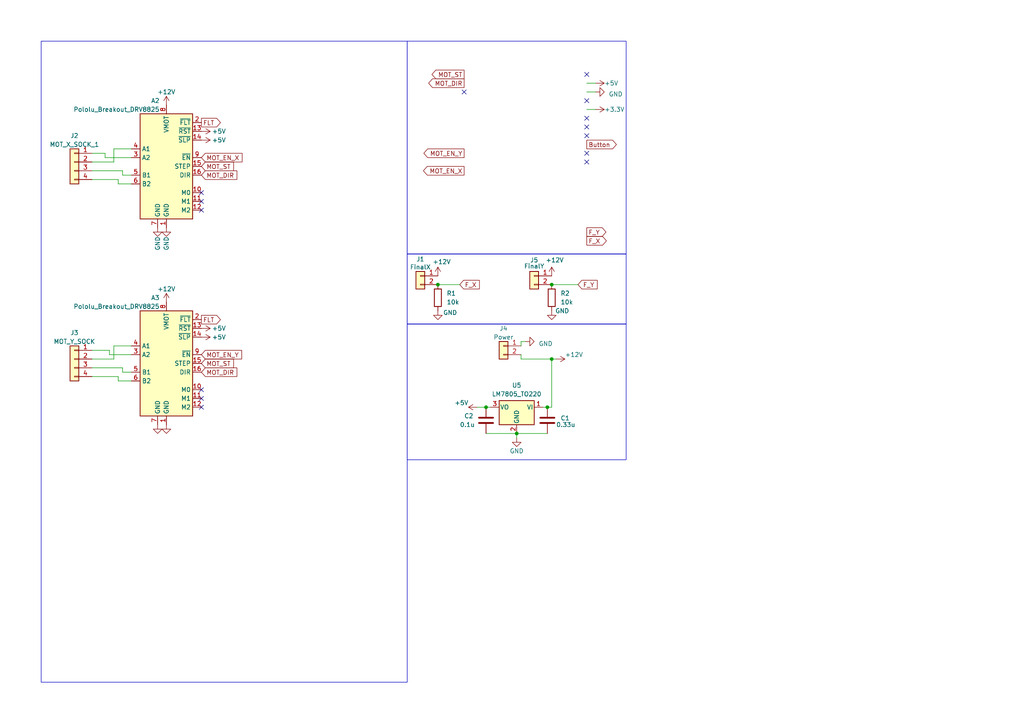
<source format=kicad_sch>
(kicad_sch (version 20250114) (generator "eeschema") (generator_version "9.0")
  (paper "A4")
  (lib_symbols
    (symbol "Connector_Generic:Conn_01x02" (pin_names (offset 1.016) (hide yes))
      (property "Reference" "J" (at 0 2.54 0))
      (property "Value" "Conn_01x02" (at 0 -5.08 0))
      (symbol "Conn_01x02_1_1"
        (rectangle (start -1.27 1.27) (end 1.27 -3.81) (stroke (width 0.254)) (fill (type background)))
        (rectangle (start -1.27 0.127) (end 0 -0.127) (stroke (width 0.1524)))
        (rectangle (start -1.27 -2.413) (end 0 -2.667) (stroke (width 0.1524)))
        (pin passive line (at -5.08 0 0) (length 3.81) (name "Pin_1") (number "1"))
        (pin passive line (at -5.08 -2.54 0) (length 3.81) (name "Pin_2") (number "2"))
      )
    )
    (symbol "Connector_Generic:Conn_01x04" (pin_names (offset 1.016) (hide yes))
      (property "Reference" "J" (at 0 5.08 0))
      (property "Value" "Conn_01x04" (at 0 -7.62 0))
      (symbol "Conn_01x04_1_1"
        (rectangle (start -1.27 3.81) (end 1.27 -6.35) (stroke (width 0.254)) (fill (type background)))
        (rectangle (start -1.27 2.667) (end 0 2.413) (stroke (width 0.1524)))
        (rectangle (start -1.27 0.127) (end 0 -0.127) (stroke (width 0.1524)))
        (rectangle (start -1.27 -2.413) (end 0 -2.667) (stroke (width 0.1524)))
        (rectangle (start -1.27 -4.953) (end 0 -5.207) (stroke (width 0.1524)))
        (pin passive line (at -5.08 2.54 0) (length 3.81) (name "Pin_1") (number "1"))
        (pin passive line (at -5.08 0 0) (length 3.81) (name "Pin_2") (number "2"))
        (pin passive line (at -5.08 -2.54 0) (length 3.81) (name "Pin_3") (number "3"))
        (pin passive line (at -5.08 -5.08 0) (length 3.81) (name "Pin_4") (number "4"))
      )
    )
    (symbol "Device:C" (pin_numbers (hide yes)) (pin_names (offset 0.254))
      (property "Reference" "C" (at 0.635 2.54 0))
      (property "Value" "C" (at 0.635 -2.54 0))
      (symbol "C_0_1"
        (polyline (pts (xy -2.032 0.762) (xy 2.032 0.762)) (stroke (width 0.508)))
        (polyline (pts (xy -2.032 -0.762) (xy 2.032 -0.762)) (stroke (width 0.508)))
      )
      (symbol "C_1_1"
        (pin passive line (at 0 3.81 270) (length 2.794) (name "~") (number "1"))
        (pin passive line (at 0 -3.81 90) (length 2.794) (name "~") (number "2"))
      )
    )
    (symbol "Device:R" (pin_numbers (hide yes)) (pin_names (offset 0))
      (property "Reference" "R" (at 2.032 0 90))
      (property "Value" "R" (at 0 0 90))
      (symbol "R_0_1"
        (rectangle (start -1.016 -2.54) (end 1.016 2.54) (stroke (width 0.254)))
      )
      (symbol "R_1_1"
        (pin passive line (at 0 3.81 270) (length 1.27) (name "~") (number "1"))
        (pin passive line (at 0 -3.81 90) (length 1.27) (name "~") (number "2"))
      )
    )
    (symbol "Driver_Motor:Pololu_Breakout_DRV8825"
      (property "Reference" "A" (at -2.54 16.51 0))
      (property "Value" "Pololu_Breakout_DRV8825" (at -2.54 13.97 0))
      (symbol "Pololu_Breakout_DRV8825_0_1"
        (rectangle (start 7.62 -17.78) (end -7.62 12.7) (stroke (width 0.254)) (fill (type background)))
      )
      (symbol "Pololu_Breakout_DRV8825_1_1"
        (pin output line (at -10.16 10.16 0) (length 2.54) (name "~{FLT}") (number "2"))
        (pin input line (at -10.16 7.62 0) (length 2.54) (name "~{RST}") (number "13"))
        (pin input line (at -10.16 5.08 0) (length 2.54) (name "~{SLP}") (number "14"))
        (pin input line (at -10.16 0 0) (length 2.54) (name "~{EN}") (number "9"))
        (pin input line (at -10.16 -2.54 0) (length 2.54) (name "STEP") (number "15"))
        (pin input line (at -10.16 -5.08 0) (length 2.54) (name "DIR") (number "16"))
        (pin input line (at -10.16 -10.16 0) (length 2.54) (name "M0") (number "10"))
        (pin input line (at -10.16 -12.7 0) (length 2.54) (name "M1") (number "11"))
        (pin input line (at -10.16 -15.24 0) (length 2.54) (name "M2") (number "12"))
        (pin power_in line (at 0 15.24 270) (length 2.54) (name "VMOT") (number "8"))
        (pin power_in line (at 0 -20.32 90) (length 2.54) (name "GND") (number "1"))
        (pin power_in line (at 2.54 -20.32 90) (length 2.54) (name "GND") (number "7"))
        (pin output line (at 10.16 2.54 180) (length 2.54) (name "A1") (number "4"))
        (pin output line (at 10.16 0 180) (length 2.54) (name "A2") (number "3"))
        (pin output line (at 10.16 -5.08 180) (length 2.54) (name "B1") (number "5"))
        (pin output line (at 10.16 -7.62 180) (length 2.54) (name "B2") (number "6"))
      )
    )
    (symbol "Regulator_Linear:LM7805_TO220" (pin_names (offset 0.254))
      (property "Reference" "U" (at -3.81 3.175 0))
      (property "Value" "LM7805_TO220" (at 0 3.175 0))
      (symbol "LM7805_TO220_0_1"
        (rectangle (start -5.08 1.905) (end 5.08 -5.08) (stroke (width 0.254)) (fill (type background)))
      )
      (symbol "LM7805_TO220_1_1"
        (pin power_in line (at -7.62 0 0) (length 2.54) (name "VI") (number "1"))
        (pin power_in line (at 0 -7.62 90) (length 2.54) (name "GND") (number "2"))
        (pin power_out line (at 7.62 0 180) (length 2.54) (name "VO") (number "3"))
      )
    )
    (symbol "power:+12V" (power) (pin_names (offset 0))
      (property "Value" "+12V" (at 0 3.556 0))
      (symbol "+12V_0_1"
        (polyline (pts (xy -0.762 1.27) (xy 0 2.54)))
        (polyline (pts (xy 0 2.54) (xy 0.762 1.27)))
        (polyline (pts (xy 0 0) (xy 0 2.54)))
      )
      (symbol "+12V_1_1"
        (pin power_in line (at 0 0 90) (length 0) (hide yes) (name "+12V") (number "1"))
      )
    )
    (symbol "power:+3.3V" (power) (pin_names (offset 0))
      (property "Value" "+3.3V" (at 0 3.556 0))
      (symbol "+3.3V_0_1"
        (polyline (pts (xy -0.762 1.27) (xy 0 2.54)))
        (polyline (pts (xy 0 2.54) (xy 0.762 1.27)))
        (polyline (pts (xy 0 0) (xy 0 2.54)))
      )
      (symbol "+3.3V_1_1"
        (pin power_in line (at 0 0 90) (length 0) (hide yes) (name "+3.3V") (number "1"))
      )
    )
    (symbol "power:+5V" (power) (pin_names (offset 0))
      (property "Value" "+5V" (at 0 3.556 0))
      (symbol "+5V_0_1"
        (polyline (pts (xy -0.762 1.27) (xy 0 2.54)))
        (polyline (pts (xy 0 2.54) (xy 0.762 1.27)))
        (polyline (pts (xy 0 0) (xy 0 2.54)))
      )
      (symbol "+5V_1_1"
        (pin power_in line (at 0 0 90) (length 0) (hide yes) (name "+5V") (number "1"))
      )
    )
    (symbol "power:GND" (power) (pin_names (offset 0))
      (property "Value" "GND" (at 0 -3.81 0))
      (symbol "GND_0_1"
        (polyline (pts (xy 0 0) (xy 0 -1.27) (xy 1.27 -1.27) (xy 0 -2.54) (xy -1.27 -1.27) (xy 0 -1.27)))
      )
      (symbol "GND_1_1"
        (pin power_in line (at 0 0 270) (length 0) (hide yes) (name "GND") (number "1"))
      )
    )
  )
  (rectangle (start 118.11 11.938) (end 181.61 73.66))
  (rectangle (start 118.11 73.66) (end 181.61 93.98))
  (rectangle (start 11.938 11.938) (end 118.11 197.866))
  (rectangle (start 118.11 93.98) (end 181.61 133.35))
  (junction (at 160.02 104.14))
  (junction (at 140.97 118.11))
  (junction (at 127 82.55))
  (junction (at 149.86 125.73))
  (junction (at 160.02 82.55))
  (junction (at 158.75 118.11))
  (no_connect (at 170.18 21.59))
  (no_connect (at 58.42 118.11))
  (no_connect (at 134.62 26.67))
  (no_connect (at 58.42 58.42))
  (no_connect (at 58.42 113.03))
  (no_connect (at 58.42 55.88))
  (no_connect (at 170.18 29.21))
  (no_connect (at 58.42 60.96))
  (no_connect (at 170.18 39.37))
  (no_connect (at 170.18 36.83))
  (no_connect (at 170.18 44.45))
  (no_connect (at 170.18 46.99))
  (no_connect (at 170.18 34.29))
  (no_connect (at 58.42 115.57))
  (wire (pts (xy 158.75 118.11) (xy 157.48 118.11)))
  (wire (pts (xy 26.67 52.07) (xy 34.29 52.07)))
  (wire (pts (xy 35.56 107.95) (xy 38.1 107.95)))
  (wire (pts (xy 38.1 45.72) (xy 30.48 45.72)))
  (wire (pts (xy 38.1 43.18) (xy 33.02 43.18)))
  (wire (pts (xy 33.02 100.33) (xy 33.02 104.14)))
  (wire (pts (xy 31.75 102.87) (xy 31.75 101.6)))
  (wire (pts (xy 30.48 45.72) (xy 30.48 44.45)))
  (wire (pts (xy 26.67 49.53) (xy 35.56 49.53)))
  (wire (pts (xy 170.18 31.75) (xy 172.72 31.75)))
  (wire (pts (xy 34.29 110.49) (xy 38.1 110.49)))
  (wire (pts (xy 33.02 46.99) (xy 26.67 46.99)))
  (wire (pts (xy 151.13 100.33) (xy 151.13 99.06)))
  (wire (pts (xy 160.02 118.11) (xy 158.75 118.11)))
  (wire (pts (xy 140.97 125.73) (xy 149.86 125.73)))
  (wire (pts (xy 26.67 109.22) (xy 34.29 109.22)))
  (wire (pts (xy 161.29 104.14) (xy 160.02 104.14)))
  (wire (pts (xy 34.29 109.22) (xy 34.29 110.49)))
  (wire (pts (xy 138.43 118.11) (xy 140.97 118.11)))
  (wire (pts (xy 151.13 102.87) (xy 151.13 104.14)))
  (wire (pts (xy 172.72 24.13) (xy 170.18 24.13)))
  (wire (pts (xy 151.13 99.06) (xy 152.4 99.06)))
  (wire (pts (xy 127 82.55) (xy 133.35 82.55)))
  (wire (pts (xy 140.97 118.11) (xy 142.24 118.11)))
  (wire (pts (xy 149.86 125.73) (xy 158.75 125.73)))
  (wire (pts (xy 33.02 43.18) (xy 33.02 46.99)))
  (wire (pts (xy 26.67 101.6) (xy 31.75 101.6)))
  (wire (pts (xy 33.02 104.14) (xy 26.67 104.14)))
  (wire (pts (xy 151.13 104.14) (xy 160.02 104.14)))
  (wire (pts (xy 149.86 127) (xy 149.86 125.73)))
  (wire (pts (xy 31.75 102.87) (xy 38.1 102.87)))
  (wire (pts (xy 160.02 82.55) (xy 167.64 82.55)))
  (wire (pts (xy 35.56 106.68) (xy 35.56 107.95)))
  (wire (pts (xy 160.02 104.14) (xy 160.02 118.11)))
  (wire (pts (xy 170.18 26.67) (xy 172.72 26.67)))
  (wire (pts (xy 35.56 49.53) (xy 35.56 50.8)))
  (wire (pts (xy 35.56 50.8) (xy 38.1 50.8)))
  (wire (pts (xy 38.1 100.33) (xy 33.02 100.33)))
  (wire (pts (xy 34.29 53.34) (xy 38.1 53.34)))
  (wire (pts (xy 30.48 44.45) (xy 26.67 44.45)))
  (wire (pts (xy 26.67 106.68) (xy 35.56 106.68)))
  (wire (pts (xy 34.29 52.07) (xy 34.29 53.34)))
  (global_label "MOT_EN_Y" (shape output) (at 134.62 44.45 180) (property "Intersheetrefs" "${INTERSHEET_REFS}" (effects (hide yes))))
  (global_label "MOT_ST" (shape output) (at 134.62 21.59 180) (property "Intersheetrefs" "${INTERSHEET_REFS}" (effects (hide yes))))
  (global_label "FLT" (shape output) (at 58.42 92.71 0) (property "Intersheetrefs" "${INTERSHEET_REFS}" (effects (hide yes))))
  (global_label "MOT_EN_X" (shape output) (at 134.62 49.53 180) (property "Intersheetrefs" "${INTERSHEET_REFS}" (effects (hide yes))))
  (global_label "MOT_EN_Y" (shape input) (at 58.42 102.87 0) (property "Intersheetrefs" "${INTERSHEET_REFS}" (effects (hide yes))))
  (global_label "MOT_DIR" (shape output) (at 134.62 24.13 180) (property "Intersheetrefs" "${INTERSHEET_REFS}" (effects (hide yes))))
  (global_label "F_X" (shape input) (at 133.35 82.55 0) (property "Intersheetrefs" "${INTERSHEET_REFS}" (effects (hide yes))))
  (global_label "Button" (shape output) (at 170.18 41.91 0) (property "Intersheetrefs" "${INTERSHEET_REFS}" (effects (hide yes))))
  (global_label "MOT_ST" (shape input) (at 58.42 105.41 0) (property "Intersheetrefs" "${INTERSHEET_REFS}" (effects (hide yes))))
  (global_label "MOT_ST" (shape input) (at 58.42 48.26 0) (property "Intersheetrefs" "${INTERSHEET_REFS}" (effects (hide yes))))
  (global_label "MOT_EN_X" (shape input) (at 58.42 45.72 0) (property "Intersheetrefs" "${INTERSHEET_REFS}" (effects (hide yes))))
  (global_label "MOT_DIR" (shape input) (at 58.42 50.8 0) (property "Intersheetrefs" "${INTERSHEET_REFS}" (effects (hide yes))))
  (global_label "F_X" (shape output) (at 170.18 69.85 0) (property "Intersheetrefs" "${INTERSHEET_REFS}" (effects (hide yes))))
  (global_label "F_Y" (shape output) (at 170.18 67.31 0) (property "Intersheetrefs" "${INTERSHEET_REFS}" (effects (hide yes))))
  (global_label "F_Y" (shape input) (at 167.64 82.55 0) (property "Intersheetrefs" "${INTERSHEET_REFS}" (effects (hide yes))))
  (global_label "FLT" (shape output) (at 58.42 35.56 0) (property "Intersheetrefs" "${INTERSHEET_REFS}" (effects (hide yes))))
  (global_label "MOT_DIR" (shape input) (at 58.42 107.95 0) (property "Intersheetrefs" "${INTERSHEET_REFS}" (effects (hide yes))))
  (symbol (lib_id "Connector_Generic:Conn_01x04") (at 21.59 46.99 0) (mirror y) (unit 1)
    (property "Reference" "J2" (at 21.59 39.37 0))
    (property "Value" "MOT_X_SOCK_1" (at 21.59 41.91 0))
    (property "Footprint" "Connector_JST:JST_PH_B4B-PH-K_1x04_P2.00mm_Vertical" (effects (hide yes)))
  )
  (symbol (lib_id "Device:C") (at 158.75 121.92 0) (unit 1)
    (property "Reference" "C1" (at 162.56 121.285 0) (effects (justify left)))
    (property "Value" "0.33u" (at 161.29 123.19 0) (effects (justify left)))
    (property "Footprint" "Capacitor_THT:C_Disc_D6.0mm_W2.5mm_P5.00mm" (effects (hide yes)))
  )
  (symbol (lib_id "power:+3.3V") (at 172.72 31.75 270) (unit 1)
    (property "Reference" "#PWR024" (effects (hide yes)))
    (property "Value" "+3.3V" (at 175.26 31.75 90) (effects (justify left)))
  )
  (symbol (lib_id "power:GND") (at 127 90.17 0) (unit 1)
    (property "Reference" "#PWR037" (effects (hide yes)))
    (property "Value" "GND" (at 130.556 90.678 0))
  )
  (symbol (lib_id "Regulator_Linear:LM7805_TO220") (at 149.86 118.11 0) (mirror y) (unit 1)
    (property "Reference" "U5" (at 149.86 111.76 0))
    (property "Value" "LM7805_TO220" (at 149.86 114.3 0))
    (property "Footprint" "Package_TO_SOT_THT:TO-220-3_Vertical" (effects (hide yes)))
    (property "Datasheet" "https://www.onsemi.cn/PowerSolutions/document/MC7800-D.PDF" (effects (hide yes)))
  )
  (symbol (lib_id "power:+5V") (at 138.43 118.11 90) (unit 1)
    (property "Reference" "#PWR031" (effects (hide yes)))
    (property "Value" "+5V" (at 135.89 116.84 90) (effects (justify left)))
  )
  (symbol (lib_id "Device:R") (at 127 86.36 0) (unit 1)
    (property "Reference" "R1" (at 129.54 85.0899 0) (effects (justify left)))
    (property "Value" "10k" (at 129.54 87.6299 0) (effects (justify left)))
    (property "Description" "Resistor" (effects (hide yes)))
  )
  (symbol (lib_id "Driver_Motor:Pololu_Breakout_DRV8825") (at 48.26 102.87 0) (mirror y) (unit 1)
    (property "Reference" "A3" (at 46.3041 86.36 0) (effects (justify left)))
    (property "Value" "Pololu_Breakout_DRV8825" (at 46.3041 88.9 0) (effects (justify left)))
    (property "Footprint" "Module:Pololu_Breakout-16_15.2x20.3mm" (effects (hide yes)))
    (property "Datasheet" "https://www.pololu.com/product/2982" (effects (hide yes)))
  )
  (symbol (lib_id "power:GND") (at 45.72 123.19 0) (unit 1)
    (property "Reference" "#PWR05" (effects (hide yes)))
    (property "Value" "GND" (effects (hide yes)))
  )
  (symbol (lib_id "Connector_Generic:Conn_01x02") (at 146.05 100.33 0) (mirror y) (unit 1)
    (property "Reference" "J4" (at 146.05 95.25 0))
    (property "Value" "Power" (at 146.05 97.79 0))
    (property "Footprint" "Connector_PinSocket_2.54mm:PinSocket_1x02_P2.54mm_Vertical" (effects (hide yes)))
  )
  (symbol (lib_id "power:GND") (at 172.72 26.67 90) (unit 1)
    (property "Reference" "#PWR025" (effects (hide yes)))
    (property "Value" "GND" (at 176.53 27.305 90) (effects (justify right)))
  )
  (symbol (lib_id "power:+5V") (at 58.42 38.1 270) (unit 1)
    (property "Reference" "#PWR013" (effects (hide yes)))
    (property "Value" "+5V" (at 63.5 38.1 90))
  )
  (symbol (lib_id "Connector_Generic:Conn_01x02") (at 154.94 80.01 0) (mirror y) (unit 1)
    (property "Reference" "J5" (at 154.94 75.438 0))
    (property "Value" "FinalY" (at 154.94 77.216 0))
    (property "Description" "Generic connector, single row, 01x02, script generated (kicad-library-utils/schlib/autogen/connector/)" (effects (hide yes)))
  )
  (symbol (lib_id "Device:R") (at 160.02 86.36 0) (unit 1)
    (property "Reference" "R2" (at 162.56 85.0899 0) (effects (justify left)))
    (property "Value" "10k" (at 162.56 87.6299 0) (effects (justify left)))
    (property "Description" "Resistor" (effects (hide yes)))
  )
  (symbol (lib_id "power:+12V") (at 127 80.01 0) (unit 1)
    (property "Reference" "#PWR035" (effects (hide yes)))
    (property "Value" "+12V" (at 125.476 75.946 0) (effects (justify left)))
  )
  (symbol (lib_id "power:+12V") (at 48.26 87.63 0) (unit 1)
    (property "Reference" "#PWR08" (effects (hide yes)))
    (property "Value" "+12V" (at 48.26 83.82 0))
  )
  (symbol (lib_id "power:+5V") (at 58.42 95.25 270) (unit 1)
    (property "Reference" "#PWR015" (effects (hide yes)))
    (property "Value" "+5V" (at 63.5 95.25 90))
  )
  (symbol (lib_id "power:GND") (at 48.26 123.19 0) (unit 1)
    (property "Reference" "#PWR011" (effects (hide yes)))
    (property "Value" "GND" (effects (hide yes)))
  )
  (symbol (lib_id "power:GND") (at 149.86 127 0) (unit 1)
    (property "Reference" "#PWR032" (effects (hide yes)))
    (property "Value" "GND" (at 149.86 130.81 0))
  )
  (symbol (lib_id "power:+5V") (at 172.72 24.13 270) (unit 1)
    (property "Reference" "#PWR023" (effects (hide yes)))
    (property "Value" "+5V" (at 175.26 24.13 90) (effects (justify left)))
  )
  (symbol (lib_id "Connector_Generic:Conn_01x04") (at 21.59 104.14 0) (mirror y) (unit 1)
    (property "Reference" "J3" (at 21.59 96.52 0))
    (property "Value" "MOT_Y_SOCK" (at 21.59 99.06 0))
    (property "Footprint" "Connector_JST:JST_PH_B4B-PH-K_1x04_P2.00mm_Vertical" (effects (hide yes)))
  )
  (symbol (lib_id "power:+12V") (at 160.02 80.01 0) (unit 1)
    (property "Reference" "#PWR036" (effects (hide yes)))
    (property "Value" "+12V" (at 158.242 75.438 0) (effects (justify left)))
  )
  (symbol (lib_id "Device:C") (at 140.97 121.92 0) (unit 1)
    (property "Reference" "C2" (at 134.62 120.65 0) (effects (justify left)))
    (property "Value" "0.1u" (at 133.35 123.19 0) (effects (justify left)))
    (property "Footprint" "Capacitor_THT:C_Disc_D6.0mm_W2.5mm_P5.00mm" (effects (hide yes)))
  )
  (symbol (lib_id "power:+5V") (at 58.42 40.64 270) (unit 1)
    (property "Reference" "#PWR014" (effects (hide yes)))
    (property "Value" "+5V" (at 63.5 40.64 90))
  )
  (symbol (lib_id "power:+12V") (at 161.29 104.14 270) (unit 1)
    (property "Reference" "#PWR034" (effects (hide yes)))
    (property "Value" "+12V" (at 163.83 102.87 90) (effects (justify left)))
  )
  (symbol (lib_id "Connector_Generic:Conn_01x02") (at 121.92 80.01 0) (mirror y) (unit 1)
    (property "Reference" "J1" (at 121.92 75.184 0))
    (property "Value" "FinalX" (at 121.92 77.47 0))
    (property "Description" "Generic connector, single row, 01x02, script generated (kicad-library-utils/schlib/autogen/connector/)" (effects (hide yes)))
  )
  (symbol (lib_id "power:GND") (at 48.26 66.04 0) (unit 1)
    (property "Reference" "#PWR010" (effects (hide yes)))
    (property "Value" "GND" (at 48.26 68.58 90) (effects (justify right)))
  )
  (symbol (lib_id "Driver_Motor:Pololu_Breakout_DRV8825") (at 48.26 45.72 0) (mirror y) (unit 1)
    (property "Reference" "A2" (at 46.3041 29.21 0) (effects (justify left)))
    (property "Value" "Pololu_Breakout_DRV8825" (at 46.3041 31.75 0) (effects (justify left)))
    (property "Footprint" "Module:Pololu_Breakout-16_15.2x20.3mm" (effects (hide yes)))
    (property "Datasheet" "https://www.pololu.com/product/2982" (effects (hide yes)))
  )
  (symbol (lib_id "power:+12V") (at 48.26 30.48 0) (unit 1)
    (property "Reference" "#PWR07" (effects (hide yes)))
    (property "Value" "+12V" (at 48.26 26.67 0))
  )
  (symbol (lib_id "power:GND") (at 45.72 66.04 0) (unit 1)
    (property "Reference" "#PWR04" (effects (hide yes)))
    (property "Value" "GND" (at 45.72 68.58 90) (effects (justify right)))
  )
  (symbol (lib_id "power:+5V") (at 58.42 97.79 270) (unit 1)
    (property "Reference" "#PWR016" (effects (hide yes)))
    (property "Value" "+5V" (at 63.5 97.79 90))
  )
  (symbol (lib_id "power:GND") (at 160.02 90.17 0) (unit 1)
    (property "Reference" "#PWR038" (effects (hide yes)))
    (property "Value" "GND" (at 163.068 90.17 0))
  )
  (symbol (lib_id "power:GND") (at 152.4 99.06 90) (unit 1)
    (property "Reference" "#PWR033" (effects (hide yes)))
    (property "Value" "GND" (at 156.21 99.695 90) (effects (justify right)))
  )
)
</source>
